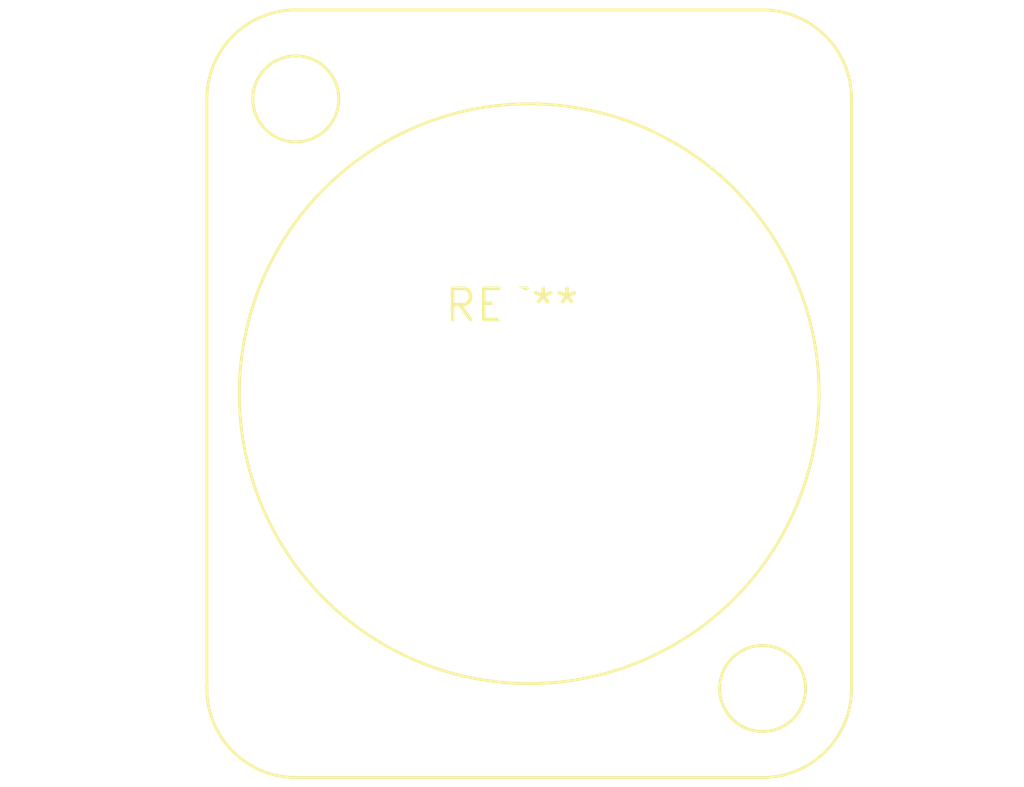
<source format=kicad_pcb>
(kicad_pcb (version 20240108) (generator pcbnew)
  (layers (0 "F.Cu" signal) (31 "B.Cu" signal) (34 "B.Paste" user) (35 "F.Paste" user) (36 "B.SilkS" user "B.Silkscreen") (37 "F.SilkS" user "F.Silkscreen") (38 "B.Mask" user) (39 "F.Mask" user) (44 "Edge.Cuts" user))
  (net 0 "")
  (footprint "Jack_speakON_Neutrik_NL2MDXX-V_Vertical" (layer "F.Cu") (at 0 0)
    (property "Reference" "REF**")
    (property "Value" "Jack_speakON_Neutrik_NL2MDXX-V_Vertical")
    (fp_line (start -12.42 15.72) (end -12.42 -8.52) (layer "F.SilkS") (stroke (width 0.12)))
    (fp_line (start -8.92 -12.02) (end 10.32 -12.02) (layer "F.SilkS") (stroke (width 0.12)))
    (fp_line (start -8.92 19.22) (end 10.32 19.22) (layer "F.SilkS") (stroke (width 0.12)))
    (fp_line (start 13.82 15.72) (end 13.82 -8.52) (layer "F.SilkS") (stroke (width 0.12)))
    (fp_arc (start -12.42 -8.52) (mid -11.274874 -11.044579) (end -8.68 -12.02) (layer "F.SilkS") (stroke (width 0.12)))
    (fp_arc (start -8.92 19.22) (mid -11.444579 18.074874) (end -12.42 15.48) (layer "F.SilkS") (stroke (width 0.12)))
    (fp_arc (start 10.32 -12.02) (mid 12.844579 -10.874874) (end 13.82 -8.28) (layer "F.SilkS") (stroke (width 0.12)))
    (fp_arc (start 13.82 15.72) (mid 12.674874 18.244579) (end 10.08 19.22) (layer "F.SilkS") (stroke (width 0.12)))
    (fp_circle (center -8.8 -8.4) (end -7.05 -8.4) (layer "F.SilkS") (stroke (width 0.12)) (fill none))
    (fp_circle (center 0.7 3.6) (end 12.5 3.6) (layer "F.SilkS") (stroke (width 0.12)) (fill none))
    (fp_circle (center 10.2 15.6) (end 11.95 15.6) (layer "F.SilkS") (stroke (width 0.12)) (fill none))
    (pad "1+" thru_hole circle (at 0 0) (size 3.4 3.4) (drill 1.6) (layers *.Cu *.Mask) (remove_unused_layers))
    (pad "1-" thru_hole circle (at -4.7 2.9) (size 3.4 3.4) (drill 1.6) (layers *.Cu *.Mask) (remove_unused_layers))
  )
)
</source>
